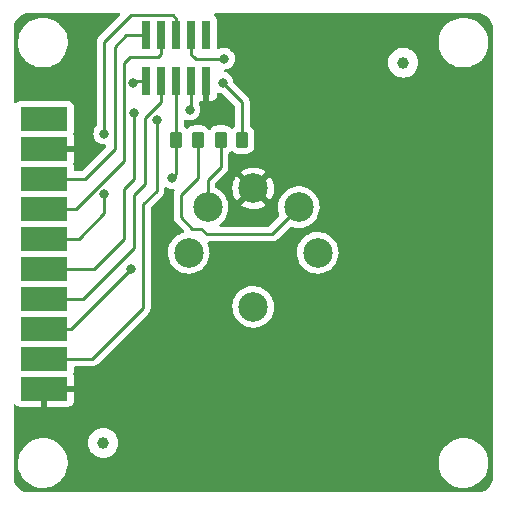
<source format=gbr>
%TF.GenerationSoftware,KiCad,Pcbnew,6.0.11-2627ca5db0~126~ubuntu22.04.1*%
%TF.CreationDate,2025-02-25T14:04:31+01:00*%
%TF.ProjectId,MidiBreakOut,4d696469-4272-4656-916b-4f75742e6b69,rev?*%
%TF.SameCoordinates,Original*%
%TF.FileFunction,Copper,L2,Bot*%
%TF.FilePolarity,Positive*%
%FSLAX46Y46*%
G04 Gerber Fmt 4.6, Leading zero omitted, Abs format (unit mm)*
G04 Created by KiCad (PCBNEW 6.0.11-2627ca5db0~126~ubuntu22.04.1) date 2025-02-25 14:04:31*
%MOMM*%
%LPD*%
G01*
G04 APERTURE LIST*
G04 Aperture macros list*
%AMRoundRect*
0 Rectangle with rounded corners*
0 $1 Rounding radius*
0 $2 $3 $4 $5 $6 $7 $8 $9 X,Y pos of 4 corners*
0 Add a 4 corners polygon primitive as box body*
4,1,4,$2,$3,$4,$5,$6,$7,$8,$9,$2,$3,0*
0 Add four circle primitives for the rounded corners*
1,1,$1+$1,$2,$3*
1,1,$1+$1,$4,$5*
1,1,$1+$1,$6,$7*
1,1,$1+$1,$8,$9*
0 Add four rect primitives between the rounded corners*
20,1,$1+$1,$2,$3,$4,$5,0*
20,1,$1+$1,$4,$5,$6,$7,0*
20,1,$1+$1,$6,$7,$8,$9,0*
20,1,$1+$1,$8,$9,$2,$3,0*%
G04 Aperture macros list end*
%TA.AperFunction,ComponentPad*%
%ADD10R,4.000000X2.000000*%
%TD*%
%TA.AperFunction,ComponentPad*%
%ADD11C,2.500000*%
%TD*%
%TA.AperFunction,SMDPad,CuDef*%
%ADD12RoundRect,0.250000X0.262500X0.450000X-0.262500X0.450000X-0.262500X-0.450000X0.262500X-0.450000X0*%
%TD*%
%TA.AperFunction,SMDPad,CuDef*%
%ADD13C,1.000000*%
%TD*%
%TA.AperFunction,SMDPad,CuDef*%
%ADD14RoundRect,0.250000X-0.262500X-0.450000X0.262500X-0.450000X0.262500X0.450000X-0.262500X0.450000X0*%
%TD*%
%TA.AperFunction,SMDPad,CuDef*%
%ADD15R,0.740000X2.400000*%
%TD*%
%TA.AperFunction,ViaPad*%
%ADD16C,0.800000*%
%TD*%
%TA.AperFunction,Conductor*%
%ADD17C,0.250000*%
%TD*%
G04 APERTURE END LIST*
D10*
%TO.P,X6,1,1*%
%TO.N,RXD*%
X82296000Y-106426000D03*
%TD*%
D11*
%TO.P,J1,1,1*%
%TO.N,unconnected-(J1-Pad1)*%
X105461000Y-100000000D03*
%TO.P,J1,2,2*%
%TO.N,Net-(J1-Pad2)*%
X103861511Y-96138489D03*
%TO.P,J1,3,3*%
%TO.N,GND*%
X100000000Y-94539000D03*
%TO.P,J1,4,4*%
%TO.N,Net-(J1-Pad4)*%
X96138489Y-96138489D03*
%TO.P,J1,5,5*%
%TO.N,unconnected-(J1-Pad5)*%
X94539000Y-100000000D03*
%TO.P,J1,6,6*%
%TO.N,unconnected-(J1-Pad6)*%
X100000000Y-104572000D03*
%TD*%
D10*
%TO.P,X9,1,1*%
%TO.N,GND*%
X82296000Y-91186000D03*
%TD*%
%TO.P,X3,1,1*%
%TO.N,CV1*%
X82296000Y-96266000D03*
%TD*%
%TO.P,X10,1,1*%
%TO.N,GND*%
X82296000Y-111506000D03*
%TD*%
%TO.P,X8,1,1*%
%TO.N,RESET*%
X82296000Y-108966000D03*
%TD*%
D12*
%TO.P,R1,1*%
%TO.N,+5V*%
X99083500Y-90424000D03*
%TO.P,R1,2*%
%TO.N,Net-(J1-Pad4)*%
X97258500Y-90424000D03*
%TD*%
D10*
%TO.P,X4,1,1*%
%TO.N,TXD*%
X82296000Y-103886000D03*
%TD*%
%TO.P,X7,1,1*%
%TO.N,GATE*%
X82296000Y-101346000D03*
%TD*%
D13*
%TO.P,FID2,~*%
%TO.N,N/C*%
X112700000Y-83900000D03*
%TD*%
D14*
%TO.P,R2,1*%
%TO.N,RXD*%
X93472000Y-90424000D03*
%TO.P,R2,2*%
%TO.N,Net-(J1-Pad2)*%
X95297000Y-90424000D03*
%TD*%
D10*
%TO.P,X5,1,1*%
%TO.N,CV2*%
X82296000Y-98806000D03*
%TD*%
%TO.P,X1,1,1*%
%TO.N,AUDIO*%
X82296000Y-93726000D03*
%TD*%
D13*
%TO.P,FID1,~*%
%TO.N,N/C*%
X87300000Y-116100000D03*
%TD*%
D10*
%TO.P,X2,1,1*%
%TO.N,+5V*%
X82296000Y-88646000D03*
%TD*%
D15*
%TO.P,J2,1,Pin_1*%
%TO.N,AUDIO*%
X90960000Y-81550000D03*
%TO.P,J2,2,Pin_2*%
%TO.N,+5V*%
X90960000Y-85450000D03*
%TO.P,J2,3,Pin_3*%
%TO.N,CV1*%
X92230000Y-81550000D03*
%TO.P,J2,4,Pin_4*%
%TO.N,TXD*%
X92230000Y-85450000D03*
%TO.P,J2,5,Pin_5*%
%TO.N,CV2*%
X93500000Y-81550000D03*
%TO.P,J2,6,Pin_6*%
%TO.N,RXD*%
X93500000Y-85450000D03*
%TO.P,J2,7,Pin_7*%
%TO.N,GATE*%
X94770000Y-81550000D03*
%TO.P,J2,8,Pin_8*%
%TO.N,RESET*%
X94770000Y-85450000D03*
%TO.P,J2,9,Pin_9*%
%TO.N,unconnected-(J2-Pad9)*%
X96040000Y-81550000D03*
%TO.P,J2,10,Pin_10*%
%TO.N,GND*%
X96040000Y-85450000D03*
%TD*%
D16*
%TO.N,GND*%
X97155000Y-88519000D03*
X96266000Y-88519000D03*
%TO.N,+5V*%
X97409000Y-85598000D03*
X89789000Y-85598000D03*
%TO.N,CV2*%
X87376000Y-94996000D03*
X87376000Y-89916000D03*
%TO.N,RXD*%
X93130000Y-93680000D03*
X89662000Y-101346000D03*
%TO.N,GATE*%
X89916000Y-88138000D03*
X97536000Y-83566000D03*
%TO.N,RESET*%
X94615000Y-87884000D03*
X91821000Y-88773000D03*
%TD*%
D17*
%TO.N,GND*%
X96040000Y-88293000D02*
X96266000Y-88519000D01*
X96040000Y-85450000D02*
X96040000Y-88293000D01*
%TO.N,Net-(J1-Pad2)*%
X95297000Y-93683000D02*
X93890000Y-95090000D01*
X93890000Y-96990000D02*
X94860000Y-97960000D01*
X101590000Y-98410000D02*
X103861511Y-96138489D01*
X94860000Y-97960000D02*
X95620000Y-97960000D01*
X95620000Y-97960000D02*
X96070000Y-98410000D01*
X95297000Y-90424000D02*
X95297000Y-93683000D01*
X96070000Y-98410000D02*
X101590000Y-98410000D01*
X93890000Y-95090000D02*
X93890000Y-96990000D01*
%TO.N,Net-(J1-Pad4)*%
X97258500Y-90424000D02*
X97258500Y-92733500D01*
X96138489Y-93853511D02*
X96138489Y-96138489D01*
X97258500Y-92733500D02*
X96138489Y-93853511D01*
%TO.N,AUDIO*%
X88265000Y-82550000D02*
X89265000Y-81550000D01*
X85725000Y-93726000D02*
X88265000Y-91186000D01*
X82296000Y-93726000D02*
X85725000Y-93726000D01*
X88265000Y-91186000D02*
X88265000Y-82550000D01*
X89265000Y-81550000D02*
X90960000Y-81550000D01*
%TO.N,+5V*%
X89937000Y-85450000D02*
X89789000Y-85598000D01*
X90960000Y-85450000D02*
X89937000Y-85450000D01*
X97409000Y-85598000D02*
X99083500Y-87272500D01*
X99083500Y-87272500D02*
X99083500Y-90424000D01*
%TO.N,CV1*%
X84963000Y-96266000D02*
X89027000Y-92202000D01*
X92230000Y-83157000D02*
X92230000Y-81550000D01*
X89027000Y-92202000D02*
X89027000Y-83947000D01*
X82296000Y-96266000D02*
X84963000Y-96266000D01*
X91948000Y-83439000D02*
X92230000Y-83157000D01*
X89535000Y-83439000D02*
X91948000Y-83439000D01*
X89027000Y-83947000D02*
X89535000Y-83439000D01*
%TO.N,TXD*%
X92230000Y-87221000D02*
X90868500Y-88582500D01*
X89916000Y-95123000D02*
X89916000Y-99568000D01*
X85598000Y-103886000D02*
X82296000Y-103886000D01*
X89916000Y-99568000D02*
X85598000Y-103886000D01*
X92230000Y-85450000D02*
X92230000Y-87221000D01*
X90868500Y-94170500D02*
X89916000Y-95123000D01*
X90868500Y-88582500D02*
X90868500Y-94170500D01*
%TO.N,CV2*%
X87376000Y-82169000D02*
X87376000Y-89916000D01*
X93500000Y-80165000D02*
X93218000Y-79883000D01*
X82296000Y-98806000D02*
X85217000Y-98806000D01*
X85217000Y-98806000D02*
X87376000Y-96647000D01*
X87376000Y-96647000D02*
X87376000Y-94996000D01*
X93500000Y-81550000D02*
X93500000Y-80165000D01*
X89662000Y-79883000D02*
X87376000Y-82169000D01*
X93218000Y-79883000D02*
X89662000Y-79883000D01*
%TO.N,RXD*%
X93500000Y-85450000D02*
X93500000Y-90396000D01*
X93500000Y-90396000D02*
X93472000Y-90424000D01*
X82296000Y-106426000D02*
X84582000Y-106426000D01*
X93472000Y-90424000D02*
X93472000Y-93338000D01*
X84582000Y-106426000D02*
X89662000Y-101346000D01*
X93472000Y-93338000D02*
X93130000Y-93680000D01*
%TO.N,GATE*%
X89916000Y-93726000D02*
X89027000Y-94615000D01*
X89027000Y-98806000D02*
X86487000Y-101346000D01*
X94770000Y-83213000D02*
X94996000Y-83439000D01*
X89027000Y-94615000D02*
X89027000Y-98806000D01*
X95123000Y-83566000D02*
X97536000Y-83566000D01*
X94996000Y-83439000D02*
X95123000Y-83566000D01*
X94770000Y-81550000D02*
X94770000Y-83213000D01*
X86487000Y-101346000D02*
X82296000Y-101346000D01*
X89916000Y-88138000D02*
X89916000Y-93726000D01*
%TO.N,RESET*%
X90678000Y-104648000D02*
X86360000Y-108966000D01*
X94770000Y-85450000D02*
X94770000Y-87729000D01*
X91821000Y-88773000D02*
X91821000Y-94742000D01*
X90678000Y-95885000D02*
X90678000Y-104648000D01*
X86360000Y-108966000D02*
X82296000Y-108966000D01*
X94770000Y-87729000D02*
X94615000Y-87884000D01*
X91821000Y-94742000D02*
X90678000Y-95885000D01*
X94770000Y-87856000D02*
X94615000Y-88011000D01*
%TD*%
%TA.AperFunction,Conductor*%
%TO.N,GND*%
G36*
X118970018Y-79710000D02*
G01*
X118984851Y-79712310D01*
X118984855Y-79712310D01*
X118993724Y-79713691D01*
X119007789Y-79711852D01*
X119034003Y-79711176D01*
X119192152Y-79723623D01*
X119211677Y-79726716D01*
X119389459Y-79769398D01*
X119408254Y-79775505D01*
X119424317Y-79782158D01*
X119577166Y-79845470D01*
X119594783Y-79854446D01*
X119750670Y-79949974D01*
X119766665Y-79961596D01*
X119905687Y-80080332D01*
X119919668Y-80094313D01*
X120038404Y-80233335D01*
X120050026Y-80249330D01*
X120145554Y-80405217D01*
X120154530Y-80422834D01*
X120215105Y-80569074D01*
X120224494Y-80591742D01*
X120230602Y-80610541D01*
X120269561Y-80772814D01*
X120273284Y-80788322D01*
X120276377Y-80807850D01*
X120288272Y-80958987D01*
X120287630Y-80975875D01*
X120287800Y-80975877D01*
X120287690Y-80984853D01*
X120286309Y-80993724D01*
X120287473Y-81002626D01*
X120287473Y-81002628D01*
X120290436Y-81025283D01*
X120291500Y-81041621D01*
X120291500Y-118950633D01*
X120290000Y-118970018D01*
X120287690Y-118984851D01*
X120287690Y-118984855D01*
X120286309Y-118993724D01*
X120288148Y-119007789D01*
X120288824Y-119034003D01*
X120276377Y-119192150D01*
X120276377Y-119192151D01*
X120273284Y-119211677D01*
X120268759Y-119230528D01*
X120230604Y-119389454D01*
X120224495Y-119408254D01*
X120211544Y-119439522D01*
X120154530Y-119577166D01*
X120145554Y-119594783D01*
X120050026Y-119750670D01*
X120038404Y-119766665D01*
X119919668Y-119905687D01*
X119905687Y-119919668D01*
X119766665Y-120038404D01*
X119750670Y-120050026D01*
X119594783Y-120145554D01*
X119577166Y-120154530D01*
X119492712Y-120189512D01*
X119408254Y-120224495D01*
X119389459Y-120230602D01*
X119211678Y-120273284D01*
X119192150Y-120276377D01*
X119041013Y-120288272D01*
X119024125Y-120287630D01*
X119024123Y-120287800D01*
X119015147Y-120287690D01*
X119006276Y-120286309D01*
X118997374Y-120287473D01*
X118997372Y-120287473D01*
X118982323Y-120289441D01*
X118974714Y-120290436D01*
X118958379Y-120291500D01*
X81049367Y-120291500D01*
X81029982Y-120290000D01*
X81015149Y-120287690D01*
X81015145Y-120287690D01*
X81006276Y-120286309D01*
X80992211Y-120288148D01*
X80965997Y-120288824D01*
X80807848Y-120276377D01*
X80788322Y-120273284D01*
X80610541Y-120230602D01*
X80591746Y-120224495D01*
X80507288Y-120189512D01*
X80422834Y-120154530D01*
X80405217Y-120145554D01*
X80249330Y-120050026D01*
X80233335Y-120038404D01*
X80094313Y-119919668D01*
X80080332Y-119905687D01*
X79961596Y-119766665D01*
X79949974Y-119750670D01*
X79854446Y-119594783D01*
X79845470Y-119577166D01*
X79788456Y-119439522D01*
X79775505Y-119408254D01*
X79769396Y-119389454D01*
X79731242Y-119230528D01*
X79726716Y-119211677D01*
X79723623Y-119192150D01*
X79712009Y-119044583D01*
X79712994Y-119022258D01*
X79712334Y-119022199D01*
X79712769Y-119017351D01*
X79713576Y-119012552D01*
X79713729Y-119000000D01*
X79709773Y-118972376D01*
X79708500Y-118954514D01*
X79708500Y-117932703D01*
X80090743Y-117932703D01*
X80128268Y-118217734D01*
X80204129Y-118495036D01*
X80316923Y-118759476D01*
X80328693Y-118779142D01*
X80460874Y-119000000D01*
X80464561Y-119006161D01*
X80644313Y-119230528D01*
X80767711Y-119347628D01*
X80831602Y-119408258D01*
X80852851Y-119428423D01*
X80875787Y-119444904D01*
X81072600Y-119586329D01*
X81086317Y-119596186D01*
X81090112Y-119598195D01*
X81090113Y-119598196D01*
X81111869Y-119609715D01*
X81340392Y-119730712D01*
X81610373Y-119829511D01*
X81891264Y-119890755D01*
X81919841Y-119893004D01*
X82114282Y-119908307D01*
X82114291Y-119908307D01*
X82116739Y-119908500D01*
X82272271Y-119908500D01*
X82274407Y-119908354D01*
X82274418Y-119908354D01*
X82482548Y-119894165D01*
X82482554Y-119894164D01*
X82486825Y-119893873D01*
X82491020Y-119893004D01*
X82491022Y-119893004D01*
X82627584Y-119864723D01*
X82768342Y-119835574D01*
X83039343Y-119739607D01*
X83294812Y-119607750D01*
X83298313Y-119605289D01*
X83298317Y-119605287D01*
X83412418Y-119525095D01*
X83530023Y-119442441D01*
X83740622Y-119246740D01*
X83922713Y-119024268D01*
X84072927Y-118779142D01*
X84188483Y-118515898D01*
X84267244Y-118239406D01*
X84307751Y-117954784D01*
X84307845Y-117936951D01*
X84307867Y-117932703D01*
X115690743Y-117932703D01*
X115728268Y-118217734D01*
X115804129Y-118495036D01*
X115916923Y-118759476D01*
X115928693Y-118779142D01*
X116060874Y-119000000D01*
X116064561Y-119006161D01*
X116244313Y-119230528D01*
X116367711Y-119347628D01*
X116431602Y-119408258D01*
X116452851Y-119428423D01*
X116475787Y-119444904D01*
X116672600Y-119586329D01*
X116686317Y-119596186D01*
X116690112Y-119598195D01*
X116690113Y-119598196D01*
X116711869Y-119609715D01*
X116940392Y-119730712D01*
X117210373Y-119829511D01*
X117491264Y-119890755D01*
X117519841Y-119893004D01*
X117714282Y-119908307D01*
X117714291Y-119908307D01*
X117716739Y-119908500D01*
X117872271Y-119908500D01*
X117874407Y-119908354D01*
X117874418Y-119908354D01*
X118082548Y-119894165D01*
X118082554Y-119894164D01*
X118086825Y-119893873D01*
X118091020Y-119893004D01*
X118091022Y-119893004D01*
X118227584Y-119864723D01*
X118368342Y-119835574D01*
X118639343Y-119739607D01*
X118894812Y-119607750D01*
X118898313Y-119605289D01*
X118898317Y-119605287D01*
X119012418Y-119525095D01*
X119130023Y-119442441D01*
X119340622Y-119246740D01*
X119522713Y-119024268D01*
X119672927Y-118779142D01*
X119788483Y-118515898D01*
X119867244Y-118239406D01*
X119907751Y-117954784D01*
X119907845Y-117936951D01*
X119909235Y-117671583D01*
X119909235Y-117671576D01*
X119909257Y-117667297D01*
X119871732Y-117382266D01*
X119864672Y-117356457D01*
X119823734Y-117206814D01*
X119795871Y-117104964D01*
X119782271Y-117073080D01*
X119684763Y-116844476D01*
X119684761Y-116844472D01*
X119683077Y-116840524D01*
X119535439Y-116593839D01*
X119355687Y-116369472D01*
X119147149Y-116171577D01*
X118913683Y-116003814D01*
X118891843Y-115992250D01*
X118868654Y-115979972D01*
X118659608Y-115869288D01*
X118389627Y-115770489D01*
X118108736Y-115709245D01*
X118077685Y-115706801D01*
X117885718Y-115691693D01*
X117885709Y-115691693D01*
X117883261Y-115691500D01*
X117727729Y-115691500D01*
X117725593Y-115691646D01*
X117725582Y-115691646D01*
X117517452Y-115705835D01*
X117517446Y-115705836D01*
X117513175Y-115706127D01*
X117508980Y-115706996D01*
X117508978Y-115706996D01*
X117372416Y-115735277D01*
X117231658Y-115764426D01*
X116960657Y-115860393D01*
X116705188Y-115992250D01*
X116701687Y-115994711D01*
X116701683Y-115994713D01*
X116691594Y-116001804D01*
X116469977Y-116157559D01*
X116454892Y-116171577D01*
X116293596Y-116321463D01*
X116259378Y-116353260D01*
X116077287Y-116575732D01*
X115927073Y-116820858D01*
X115811517Y-117084102D01*
X115732756Y-117360594D01*
X115692249Y-117645216D01*
X115692227Y-117649505D01*
X115692226Y-117649512D01*
X115690765Y-117928417D01*
X115690743Y-117932703D01*
X84307867Y-117932703D01*
X84309235Y-117671583D01*
X84309235Y-117671576D01*
X84309257Y-117667297D01*
X84271732Y-117382266D01*
X84264672Y-117356457D01*
X84223734Y-117206814D01*
X84195871Y-117104964D01*
X84182271Y-117073080D01*
X84084763Y-116844476D01*
X84084761Y-116844472D01*
X84083077Y-116840524D01*
X83935439Y-116593839D01*
X83755687Y-116369472D01*
X83547149Y-116171577D01*
X83447539Y-116100000D01*
X86024647Y-116100000D01*
X86044022Y-116321463D01*
X86101560Y-116536196D01*
X86103882Y-116541177D01*
X86103883Y-116541178D01*
X86193186Y-116732689D01*
X86193189Y-116732694D01*
X86195512Y-116737676D01*
X86198668Y-116742183D01*
X86198669Y-116742185D01*
X86267527Y-116840524D01*
X86323023Y-116919781D01*
X86480219Y-117076977D01*
X86484727Y-117080134D01*
X86484730Y-117080136D01*
X86560495Y-117133187D01*
X86662323Y-117204488D01*
X86667305Y-117206811D01*
X86667310Y-117206814D01*
X86858822Y-117296117D01*
X86863804Y-117298440D01*
X86869112Y-117299862D01*
X86869114Y-117299863D01*
X86934949Y-117317503D01*
X87078537Y-117355978D01*
X87300000Y-117375353D01*
X87521463Y-117355978D01*
X87665051Y-117317503D01*
X87730886Y-117299863D01*
X87730888Y-117299862D01*
X87736196Y-117298440D01*
X87741178Y-117296117D01*
X87932690Y-117206814D01*
X87932695Y-117206811D01*
X87937677Y-117204488D01*
X88039505Y-117133187D01*
X88115270Y-117080136D01*
X88115273Y-117080134D01*
X88119781Y-117076977D01*
X88276977Y-116919781D01*
X88332474Y-116840524D01*
X88401331Y-116742185D01*
X88401332Y-116742183D01*
X88404488Y-116737676D01*
X88406811Y-116732694D01*
X88406814Y-116732689D01*
X88496117Y-116541178D01*
X88496118Y-116541177D01*
X88498440Y-116536196D01*
X88555978Y-116321463D01*
X88575353Y-116100000D01*
X88555978Y-115878537D01*
X88498440Y-115663804D01*
X88496117Y-115658822D01*
X88406814Y-115467311D01*
X88406811Y-115467306D01*
X88404488Y-115462324D01*
X88276977Y-115280219D01*
X88119781Y-115123023D01*
X88115273Y-115119866D01*
X88115270Y-115119864D01*
X88039505Y-115066813D01*
X87937677Y-114995512D01*
X87932695Y-114993189D01*
X87932690Y-114993186D01*
X87741178Y-114903883D01*
X87741177Y-114903882D01*
X87736196Y-114901560D01*
X87730888Y-114900138D01*
X87730886Y-114900137D01*
X87665051Y-114882497D01*
X87521463Y-114844022D01*
X87300000Y-114824647D01*
X87078537Y-114844022D01*
X86934949Y-114882497D01*
X86869114Y-114900137D01*
X86869112Y-114900138D01*
X86863804Y-114901560D01*
X86858823Y-114903882D01*
X86858822Y-114903883D01*
X86667311Y-114993186D01*
X86667306Y-114993189D01*
X86662324Y-114995512D01*
X86657817Y-114998668D01*
X86657815Y-114998669D01*
X86484730Y-115119864D01*
X86484727Y-115119866D01*
X86480219Y-115123023D01*
X86323023Y-115280219D01*
X86195512Y-115462324D01*
X86193189Y-115467306D01*
X86193186Y-115467311D01*
X86103883Y-115658822D01*
X86101560Y-115663804D01*
X86044022Y-115878537D01*
X86024647Y-116100000D01*
X83447539Y-116100000D01*
X83313683Y-116003814D01*
X83291843Y-115992250D01*
X83268654Y-115979972D01*
X83059608Y-115869288D01*
X82789627Y-115770489D01*
X82508736Y-115709245D01*
X82477685Y-115706801D01*
X82285718Y-115691693D01*
X82285709Y-115691693D01*
X82283261Y-115691500D01*
X82127729Y-115691500D01*
X82125593Y-115691646D01*
X82125582Y-115691646D01*
X81917452Y-115705835D01*
X81917446Y-115705836D01*
X81913175Y-115706127D01*
X81908980Y-115706996D01*
X81908978Y-115706996D01*
X81772416Y-115735277D01*
X81631658Y-115764426D01*
X81360657Y-115860393D01*
X81105188Y-115992250D01*
X81101687Y-115994711D01*
X81101683Y-115994713D01*
X81091594Y-116001804D01*
X80869977Y-116157559D01*
X80854892Y-116171577D01*
X80693596Y-116321463D01*
X80659378Y-116353260D01*
X80477287Y-116575732D01*
X80327073Y-116820858D01*
X80211517Y-117084102D01*
X80132756Y-117360594D01*
X80092249Y-117645216D01*
X80092227Y-117649505D01*
X80092226Y-117649512D01*
X80090765Y-117928417D01*
X80090743Y-117932703D01*
X79708500Y-117932703D01*
X79708500Y-112946699D01*
X79728502Y-112878578D01*
X79782158Y-112832085D01*
X79852432Y-112821981D01*
X79917012Y-112851475D01*
X79923595Y-112857604D01*
X79940276Y-112874285D01*
X80042351Y-112950786D01*
X80057946Y-112959324D01*
X80178394Y-113004478D01*
X80193649Y-113008105D01*
X80244514Y-113013631D01*
X80251328Y-113014000D01*
X82023885Y-113014000D01*
X82039124Y-113009525D01*
X82040329Y-113008135D01*
X82042000Y-113000452D01*
X82042000Y-112995884D01*
X82550000Y-112995884D01*
X82554475Y-113011123D01*
X82555865Y-113012328D01*
X82563548Y-113013999D01*
X84340669Y-113013999D01*
X84347490Y-113013629D01*
X84398352Y-113008105D01*
X84413604Y-113004479D01*
X84534054Y-112959324D01*
X84549649Y-112950786D01*
X84651724Y-112874285D01*
X84664285Y-112861724D01*
X84740786Y-112759649D01*
X84749324Y-112744054D01*
X84794478Y-112623606D01*
X84798105Y-112608351D01*
X84803631Y-112557486D01*
X84804000Y-112550672D01*
X84804000Y-111778115D01*
X84799525Y-111762876D01*
X84798135Y-111761671D01*
X84790452Y-111760000D01*
X82568115Y-111760000D01*
X82552876Y-111764475D01*
X82551671Y-111765865D01*
X82550000Y-111773548D01*
X82550000Y-112995884D01*
X82042000Y-112995884D01*
X82042000Y-111378000D01*
X82062002Y-111309879D01*
X82115658Y-111263386D01*
X82168000Y-111252000D01*
X84785884Y-111252000D01*
X84801123Y-111247525D01*
X84802328Y-111246135D01*
X84803999Y-111238452D01*
X84803999Y-110461331D01*
X84803629Y-110454510D01*
X84798105Y-110403648D01*
X84794479Y-110388396D01*
X84754196Y-110280942D01*
X84749013Y-110210135D01*
X84754196Y-110192482D01*
X84794971Y-110083715D01*
X84797745Y-110076316D01*
X84804500Y-110014134D01*
X84804500Y-109725500D01*
X84824502Y-109657379D01*
X84878158Y-109610886D01*
X84930500Y-109599500D01*
X86281233Y-109599500D01*
X86292416Y-109600027D01*
X86299909Y-109601702D01*
X86307835Y-109601453D01*
X86307836Y-109601453D01*
X86367986Y-109599562D01*
X86371945Y-109599500D01*
X86399856Y-109599500D01*
X86403791Y-109599003D01*
X86403856Y-109598995D01*
X86415693Y-109598062D01*
X86447951Y-109597048D01*
X86451970Y-109596922D01*
X86459889Y-109596673D01*
X86479343Y-109591021D01*
X86498700Y-109587013D01*
X86510930Y-109585468D01*
X86510931Y-109585468D01*
X86518797Y-109584474D01*
X86526168Y-109581555D01*
X86526170Y-109581555D01*
X86559912Y-109568196D01*
X86571142Y-109564351D01*
X86605983Y-109554229D01*
X86605984Y-109554229D01*
X86613593Y-109552018D01*
X86620412Y-109547985D01*
X86620417Y-109547983D01*
X86631028Y-109541707D01*
X86648776Y-109533012D01*
X86667617Y-109525552D01*
X86703387Y-109499564D01*
X86713307Y-109493048D01*
X86744535Y-109474580D01*
X86744538Y-109474578D01*
X86751362Y-109470542D01*
X86765683Y-109456221D01*
X86780717Y-109443380D01*
X86790694Y-109436131D01*
X86797107Y-109431472D01*
X86825298Y-109397395D01*
X86833288Y-109388616D01*
X91070247Y-105151657D01*
X91078537Y-105144113D01*
X91085018Y-105140000D01*
X91131659Y-105090332D01*
X91134413Y-105087491D01*
X91154134Y-105067770D01*
X91156612Y-105064575D01*
X91164318Y-105055553D01*
X91189158Y-105029101D01*
X91194586Y-105023321D01*
X91204346Y-105005568D01*
X91215199Y-104989045D01*
X91222753Y-104979306D01*
X91227613Y-104973041D01*
X91245176Y-104932457D01*
X91250383Y-104921827D01*
X91271695Y-104883060D01*
X91273666Y-104875383D01*
X91273668Y-104875378D01*
X91276732Y-104863442D01*
X91283138Y-104844730D01*
X91288033Y-104833419D01*
X91291181Y-104826145D01*
X91292421Y-104818317D01*
X91292423Y-104818310D01*
X91298099Y-104782476D01*
X91300505Y-104770856D01*
X91309528Y-104735711D01*
X91309528Y-104735710D01*
X91311500Y-104728030D01*
X91311500Y-104707776D01*
X91313051Y-104688065D01*
X91314980Y-104675886D01*
X91316220Y-104668057D01*
X91312059Y-104624038D01*
X91311500Y-104612181D01*
X91311500Y-104525839D01*
X98237173Y-104525839D01*
X98237397Y-104530505D01*
X98237397Y-104530511D01*
X98241320Y-104612181D01*
X98249713Y-104786908D01*
X98300704Y-105043256D01*
X98389026Y-105289252D01*
X98391242Y-105293376D01*
X98455753Y-105413437D01*
X98512737Y-105519491D01*
X98515532Y-105523234D01*
X98515534Y-105523237D01*
X98666330Y-105725177D01*
X98666335Y-105725183D01*
X98669122Y-105728915D01*
X98672431Y-105732195D01*
X98672436Y-105732201D01*
X98851426Y-105909635D01*
X98854743Y-105912923D01*
X98858505Y-105915681D01*
X98858508Y-105915684D01*
X99061750Y-106064707D01*
X99065524Y-106067474D01*
X99069667Y-106069654D01*
X99069669Y-106069655D01*
X99292684Y-106186989D01*
X99292689Y-106186991D01*
X99296834Y-106189172D01*
X99543590Y-106275344D01*
X99548183Y-106276216D01*
X99795785Y-106323224D01*
X99795788Y-106323224D01*
X99800374Y-106324095D01*
X99930958Y-106329226D01*
X100056875Y-106334174D01*
X100056881Y-106334174D01*
X100061543Y-106334357D01*
X100140977Y-106325657D01*
X100316707Y-106306412D01*
X100316712Y-106306411D01*
X100321360Y-106305902D01*
X100434116Y-106276216D01*
X100569594Y-106240548D01*
X100569596Y-106240547D01*
X100574117Y-106239357D01*
X100814262Y-106136182D01*
X101036519Y-105998646D01*
X101040082Y-105995629D01*
X101040087Y-105995626D01*
X101232439Y-105832787D01*
X101232440Y-105832786D01*
X101236005Y-105829768D01*
X101327729Y-105725177D01*
X101405257Y-105636774D01*
X101405261Y-105636769D01*
X101408339Y-105633259D01*
X101549733Y-105413437D01*
X101657083Y-105175129D01*
X101665956Y-105143668D01*
X101726760Y-104928076D01*
X101726761Y-104928073D01*
X101728030Y-104923572D01*
X101744832Y-104791496D01*
X101760616Y-104667421D01*
X101760616Y-104667417D01*
X101761014Y-104664291D01*
X101763431Y-104572000D01*
X101752321Y-104422500D01*
X101744407Y-104316000D01*
X101744406Y-104315996D01*
X101744061Y-104311348D01*
X101732725Y-104261248D01*
X101687408Y-104060980D01*
X101686377Y-104056423D01*
X101591647Y-103812823D01*
X101461951Y-103585902D01*
X101300138Y-103380643D01*
X101109763Y-103201557D01*
X100895009Y-103052576D01*
X100890816Y-103050508D01*
X100664781Y-102939040D01*
X100664778Y-102939039D01*
X100660593Y-102936975D01*
X100614449Y-102922204D01*
X100416123Y-102858720D01*
X100411665Y-102857293D01*
X100153693Y-102815279D01*
X100039942Y-102813790D01*
X99897022Y-102811919D01*
X99897019Y-102811919D01*
X99892345Y-102811858D01*
X99633362Y-102847104D01*
X99382433Y-102920243D01*
X99378180Y-102922203D01*
X99378179Y-102922204D01*
X99341659Y-102939040D01*
X99145072Y-103029668D01*
X99106067Y-103055241D01*
X98930404Y-103170410D01*
X98930399Y-103170414D01*
X98926491Y-103172976D01*
X98731494Y-103347018D01*
X98564363Y-103547970D01*
X98428771Y-103771419D01*
X98327697Y-104012455D01*
X98263359Y-104265783D01*
X98237173Y-104525839D01*
X91311500Y-104525839D01*
X91311500Y-96199595D01*
X91331502Y-96131474D01*
X91348405Y-96110499D01*
X91780676Y-95678229D01*
X92213258Y-95245647D01*
X92221537Y-95238113D01*
X92228018Y-95234000D01*
X92274644Y-95184348D01*
X92277398Y-95181507D01*
X92297135Y-95161770D01*
X92299615Y-95158573D01*
X92307320Y-95149551D01*
X92332159Y-95123100D01*
X92337586Y-95117321D01*
X92341405Y-95110375D01*
X92341407Y-95110372D01*
X92347348Y-95099566D01*
X92358199Y-95083047D01*
X92358559Y-95082583D01*
X92370614Y-95067041D01*
X92373759Y-95059772D01*
X92373762Y-95059768D01*
X92388174Y-95026463D01*
X92393391Y-95015813D01*
X92414695Y-94977060D01*
X92419733Y-94957437D01*
X92426137Y-94938734D01*
X92431033Y-94927420D01*
X92431033Y-94927419D01*
X92434181Y-94920145D01*
X92435420Y-94912322D01*
X92435423Y-94912312D01*
X92441099Y-94876476D01*
X92443505Y-94864856D01*
X92452528Y-94829711D01*
X92452528Y-94829710D01*
X92454500Y-94822030D01*
X92454500Y-94801776D01*
X92456051Y-94782065D01*
X92457980Y-94769886D01*
X92459220Y-94762057D01*
X92455059Y-94718038D01*
X92454500Y-94706181D01*
X92454500Y-94559477D01*
X92474502Y-94491356D01*
X92528158Y-94444863D01*
X92598432Y-94434759D01*
X92654561Y-94457541D01*
X92673248Y-94471118D01*
X92679276Y-94473802D01*
X92679278Y-94473803D01*
X92841681Y-94546109D01*
X92847712Y-94548794D01*
X92924623Y-94565142D01*
X93028056Y-94587128D01*
X93028061Y-94587128D01*
X93034513Y-94588500D01*
X93224996Y-94588500D01*
X93293117Y-94608502D01*
X93339610Y-94662158D01*
X93349714Y-94732432D01*
X93338551Y-94764164D01*
X93340386Y-94764958D01*
X93322826Y-94805537D01*
X93317609Y-94816187D01*
X93296305Y-94854940D01*
X93294334Y-94862615D01*
X93294334Y-94862616D01*
X93291267Y-94874562D01*
X93284863Y-94893266D01*
X93280418Y-94903539D01*
X93276819Y-94911855D01*
X93275580Y-94919678D01*
X93275577Y-94919688D01*
X93269901Y-94955524D01*
X93267495Y-94967144D01*
X93263167Y-94984001D01*
X93256500Y-95009970D01*
X93256500Y-95030224D01*
X93254949Y-95049934D01*
X93251780Y-95069943D01*
X93252526Y-95077835D01*
X93255941Y-95113961D01*
X93256500Y-95125819D01*
X93256500Y-96911233D01*
X93255973Y-96922416D01*
X93254298Y-96929909D01*
X93254547Y-96937835D01*
X93254547Y-96937836D01*
X93256438Y-96997986D01*
X93256500Y-97001945D01*
X93256500Y-97029856D01*
X93256997Y-97033790D01*
X93256997Y-97033791D01*
X93257005Y-97033856D01*
X93257938Y-97045693D01*
X93259327Y-97089889D01*
X93264978Y-97109339D01*
X93268987Y-97128700D01*
X93271526Y-97148797D01*
X93274445Y-97156168D01*
X93274445Y-97156170D01*
X93287804Y-97189912D01*
X93291649Y-97201142D01*
X93303982Y-97243593D01*
X93308015Y-97250412D01*
X93308017Y-97250417D01*
X93314293Y-97261028D01*
X93322988Y-97278776D01*
X93330448Y-97297617D01*
X93335110Y-97304033D01*
X93335110Y-97304034D01*
X93356436Y-97333387D01*
X93362952Y-97343307D01*
X93377828Y-97368460D01*
X93385458Y-97381362D01*
X93399779Y-97395683D01*
X93412619Y-97410716D01*
X93424528Y-97427107D01*
X93430634Y-97432158D01*
X93458605Y-97455298D01*
X93467384Y-97463288D01*
X94104586Y-98100490D01*
X94138612Y-98162802D01*
X94133547Y-98233617D01*
X94091000Y-98290453D01*
X94050750Y-98310551D01*
X93921433Y-98348243D01*
X93917180Y-98350203D01*
X93917179Y-98350204D01*
X93880659Y-98367040D01*
X93684072Y-98457668D01*
X93645067Y-98483241D01*
X93469404Y-98598410D01*
X93469399Y-98598414D01*
X93465491Y-98600976D01*
X93270494Y-98775018D01*
X93103363Y-98975970D01*
X93093646Y-98991983D01*
X92989895Y-99162960D01*
X92967771Y-99199419D01*
X92866697Y-99440455D01*
X92802359Y-99693783D01*
X92776173Y-99953839D01*
X92788713Y-100214908D01*
X92839704Y-100471256D01*
X92928026Y-100717252D01*
X92930242Y-100721376D01*
X92994753Y-100841437D01*
X93051737Y-100947491D01*
X93054532Y-100951234D01*
X93054534Y-100951237D01*
X93205330Y-101153177D01*
X93205335Y-101153183D01*
X93208122Y-101156915D01*
X93211431Y-101160195D01*
X93211436Y-101160201D01*
X93390426Y-101337635D01*
X93393743Y-101340923D01*
X93397505Y-101343681D01*
X93397508Y-101343684D01*
X93600750Y-101492707D01*
X93604524Y-101495474D01*
X93608667Y-101497654D01*
X93608669Y-101497655D01*
X93831684Y-101614989D01*
X93831689Y-101614991D01*
X93835834Y-101617172D01*
X94082590Y-101703344D01*
X94087183Y-101704216D01*
X94334785Y-101751224D01*
X94334788Y-101751224D01*
X94339374Y-101752095D01*
X94469959Y-101757226D01*
X94595875Y-101762174D01*
X94595881Y-101762174D01*
X94600543Y-101762357D01*
X94679977Y-101753657D01*
X94855707Y-101734412D01*
X94855712Y-101734411D01*
X94860360Y-101733902D01*
X94973116Y-101704216D01*
X95108594Y-101668548D01*
X95108596Y-101668547D01*
X95113117Y-101667357D01*
X95353262Y-101564182D01*
X95575519Y-101426646D01*
X95579082Y-101423629D01*
X95579087Y-101423626D01*
X95771439Y-101260787D01*
X95771440Y-101260786D01*
X95775005Y-101257768D01*
X95866729Y-101153177D01*
X95944257Y-101064774D01*
X95944261Y-101064769D01*
X95947339Y-101061259D01*
X96088733Y-100841437D01*
X96196083Y-100603129D01*
X96267030Y-100351572D01*
X96280773Y-100243540D01*
X96299616Y-100095421D01*
X96299616Y-100095417D01*
X96300014Y-100092291D01*
X96302431Y-100000000D01*
X96299001Y-99953839D01*
X103698173Y-99953839D01*
X103710713Y-100214908D01*
X103761704Y-100471256D01*
X103850026Y-100717252D01*
X103852242Y-100721376D01*
X103916753Y-100841437D01*
X103973737Y-100947491D01*
X103976532Y-100951234D01*
X103976534Y-100951237D01*
X104127330Y-101153177D01*
X104127335Y-101153183D01*
X104130122Y-101156915D01*
X104133431Y-101160195D01*
X104133436Y-101160201D01*
X104312426Y-101337635D01*
X104315743Y-101340923D01*
X104319505Y-101343681D01*
X104319508Y-101343684D01*
X104522750Y-101492707D01*
X104526524Y-101495474D01*
X104530667Y-101497654D01*
X104530669Y-101497655D01*
X104753684Y-101614989D01*
X104753689Y-101614991D01*
X104757834Y-101617172D01*
X105004590Y-101703344D01*
X105009183Y-101704216D01*
X105256785Y-101751224D01*
X105256788Y-101751224D01*
X105261374Y-101752095D01*
X105391959Y-101757226D01*
X105517875Y-101762174D01*
X105517881Y-101762174D01*
X105522543Y-101762357D01*
X105601977Y-101753657D01*
X105777707Y-101734412D01*
X105777712Y-101734411D01*
X105782360Y-101733902D01*
X105895116Y-101704216D01*
X106030594Y-101668548D01*
X106030596Y-101668547D01*
X106035117Y-101667357D01*
X106275262Y-101564182D01*
X106497519Y-101426646D01*
X106501082Y-101423629D01*
X106501087Y-101423626D01*
X106693439Y-101260787D01*
X106693440Y-101260786D01*
X106697005Y-101257768D01*
X106788729Y-101153177D01*
X106866257Y-101064774D01*
X106866261Y-101064769D01*
X106869339Y-101061259D01*
X107010733Y-100841437D01*
X107118083Y-100603129D01*
X107189030Y-100351572D01*
X107202773Y-100243540D01*
X107221616Y-100095421D01*
X107221616Y-100095417D01*
X107222014Y-100092291D01*
X107224431Y-100000000D01*
X107205061Y-99739348D01*
X107193725Y-99689248D01*
X107148408Y-99488980D01*
X107147377Y-99484423D01*
X107129421Y-99438249D01*
X107054340Y-99245176D01*
X107054339Y-99245173D01*
X107052647Y-99240823D01*
X106922951Y-99013902D01*
X106761138Y-98808643D01*
X106570763Y-98629557D01*
X106356009Y-98480576D01*
X106351816Y-98478508D01*
X106125781Y-98367040D01*
X106125778Y-98367039D01*
X106121593Y-98364975D01*
X106075449Y-98350204D01*
X105877123Y-98286720D01*
X105872665Y-98285293D01*
X105614693Y-98243279D01*
X105500942Y-98241790D01*
X105358022Y-98239919D01*
X105358019Y-98239919D01*
X105353345Y-98239858D01*
X105094362Y-98275104D01*
X104843433Y-98348243D01*
X104839180Y-98350203D01*
X104839179Y-98350204D01*
X104802659Y-98367040D01*
X104606072Y-98457668D01*
X104567067Y-98483241D01*
X104391404Y-98598410D01*
X104391399Y-98598414D01*
X104387491Y-98600976D01*
X104192494Y-98775018D01*
X104025363Y-98975970D01*
X104015646Y-98991983D01*
X103911895Y-99162960D01*
X103889771Y-99199419D01*
X103788697Y-99440455D01*
X103724359Y-99693783D01*
X103698173Y-99953839D01*
X96299001Y-99953839D01*
X96283061Y-99739348D01*
X96271725Y-99689248D01*
X96226408Y-99488980D01*
X96225377Y-99484423D01*
X96207421Y-99438249D01*
X96132340Y-99245176D01*
X96132339Y-99245173D01*
X96130647Y-99240823D01*
X96125619Y-99232025D01*
X96109180Y-99162960D01*
X96132691Y-99095969D01*
X96188688Y-99052324D01*
X96235010Y-99043500D01*
X101511233Y-99043500D01*
X101522416Y-99044027D01*
X101529909Y-99045702D01*
X101537835Y-99045453D01*
X101537836Y-99045453D01*
X101597986Y-99043562D01*
X101601945Y-99043500D01*
X101629856Y-99043500D01*
X101633791Y-99043003D01*
X101633856Y-99042995D01*
X101645693Y-99042062D01*
X101677951Y-99041048D01*
X101681970Y-99040922D01*
X101689889Y-99040673D01*
X101709343Y-99035021D01*
X101728700Y-99031013D01*
X101740930Y-99029468D01*
X101740931Y-99029468D01*
X101748797Y-99028474D01*
X101756168Y-99025555D01*
X101756170Y-99025555D01*
X101789912Y-99012196D01*
X101801142Y-99008351D01*
X101835983Y-98998229D01*
X101835984Y-98998229D01*
X101843593Y-98996018D01*
X101850412Y-98991985D01*
X101850417Y-98991983D01*
X101861028Y-98985707D01*
X101878776Y-98977012D01*
X101897617Y-98969552D01*
X101933387Y-98943564D01*
X101943307Y-98937048D01*
X101974535Y-98918580D01*
X101974538Y-98918578D01*
X101981362Y-98914542D01*
X101995683Y-98900221D01*
X102010717Y-98887380D01*
X102020694Y-98880131D01*
X102027107Y-98875472D01*
X102055298Y-98841395D01*
X102063288Y-98832616D01*
X103088984Y-97806920D01*
X103151296Y-97772894D01*
X103219620Y-97777060D01*
X103400685Y-97840291D01*
X103405101Y-97841833D01*
X103409694Y-97842705D01*
X103657296Y-97889713D01*
X103657299Y-97889713D01*
X103661885Y-97890584D01*
X103792470Y-97895715D01*
X103918386Y-97900663D01*
X103918392Y-97900663D01*
X103923054Y-97900846D01*
X104002488Y-97892146D01*
X104178218Y-97872901D01*
X104178223Y-97872900D01*
X104182871Y-97872391D01*
X104295627Y-97842705D01*
X104431105Y-97807037D01*
X104431107Y-97807036D01*
X104435628Y-97805846D01*
X104512326Y-97772894D01*
X104566962Y-97749420D01*
X104675773Y-97702671D01*
X104898030Y-97565135D01*
X104901593Y-97562118D01*
X104901598Y-97562115D01*
X105093950Y-97399276D01*
X105093951Y-97399275D01*
X105097516Y-97396257D01*
X105184021Y-97297617D01*
X105266768Y-97203263D01*
X105266772Y-97203258D01*
X105269850Y-97199748D01*
X105305447Y-97144407D01*
X105368937Y-97045699D01*
X105411244Y-96979926D01*
X105518594Y-96741618D01*
X105520542Y-96734711D01*
X105588271Y-96494565D01*
X105588272Y-96494562D01*
X105589541Y-96490061D01*
X105606343Y-96357985D01*
X105622127Y-96233910D01*
X105622127Y-96233906D01*
X105622525Y-96230780D01*
X105623226Y-96204037D01*
X105623933Y-96177016D01*
X105624942Y-96138489D01*
X105612250Y-95967700D01*
X105605918Y-95882489D01*
X105605917Y-95882485D01*
X105605572Y-95877837D01*
X105594236Y-95827737D01*
X105548919Y-95627469D01*
X105547888Y-95622912D01*
X105542067Y-95607942D01*
X105454851Y-95383665D01*
X105454850Y-95383662D01*
X105453158Y-95379312D01*
X105323462Y-95152391D01*
X105161649Y-94947132D01*
X104971274Y-94768046D01*
X104793725Y-94644875D01*
X104760362Y-94621730D01*
X104760359Y-94621728D01*
X104756520Y-94619065D01*
X104752327Y-94616997D01*
X104526292Y-94505529D01*
X104526289Y-94505528D01*
X104522104Y-94503464D01*
X104503545Y-94497523D01*
X104277634Y-94425209D01*
X104273176Y-94423782D01*
X104015204Y-94381768D01*
X103901453Y-94380279D01*
X103758533Y-94378408D01*
X103758530Y-94378408D01*
X103753856Y-94378347D01*
X103494873Y-94413593D01*
X103490387Y-94414901D01*
X103490385Y-94414901D01*
X103462499Y-94423029D01*
X103243944Y-94486732D01*
X103239691Y-94488692D01*
X103239690Y-94488693D01*
X103203170Y-94505529D01*
X103006583Y-94596157D01*
X102967578Y-94621730D01*
X102791915Y-94736899D01*
X102791910Y-94736903D01*
X102788002Y-94739465D01*
X102593005Y-94913507D01*
X102425874Y-95114459D01*
X102420631Y-95123100D01*
X102351115Y-95237659D01*
X102290282Y-95337908D01*
X102189208Y-95578944D01*
X102124870Y-95832272D01*
X102098684Y-96092328D01*
X102098908Y-96096994D01*
X102098908Y-96097000D01*
X102103836Y-96199595D01*
X102111224Y-96353397D01*
X102162215Y-96609745D01*
X102222966Y-96778951D01*
X102227160Y-96849822D01*
X102193473Y-96910622D01*
X101364500Y-97739595D01*
X101302188Y-97773621D01*
X101275405Y-97776500D01*
X97269180Y-97776500D01*
X97201059Y-97756498D01*
X97154566Y-97702842D01*
X97144462Y-97632568D01*
X97173956Y-97567988D01*
X97187768Y-97554333D01*
X97370928Y-97399276D01*
X97370929Y-97399275D01*
X97374494Y-97396257D01*
X97460999Y-97297617D01*
X97543746Y-97203263D01*
X97543750Y-97203258D01*
X97546828Y-97199748D01*
X97582425Y-97144407D01*
X97645915Y-97045699D01*
X97688222Y-96979926D01*
X97795572Y-96741618D01*
X97797520Y-96734711D01*
X97865249Y-96494565D01*
X97865250Y-96494562D01*
X97866519Y-96490061D01*
X97883321Y-96357985D01*
X97899105Y-96233910D01*
X97899105Y-96233906D01*
X97899503Y-96230780D01*
X97900204Y-96204037D01*
X97900911Y-96177016D01*
X97901920Y-96138489D01*
X97889228Y-95967700D01*
X97887774Y-95948133D01*
X98955612Y-95948133D01*
X98964325Y-95959653D01*
X99062018Y-96031284D01*
X99069928Y-96036227D01*
X99292890Y-96153533D01*
X99301453Y-96157256D01*
X99539304Y-96240318D01*
X99548313Y-96242732D01*
X99795842Y-96289727D01*
X99805098Y-96290781D01*
X100056857Y-96300673D01*
X100066171Y-96300347D01*
X100316615Y-96272920D01*
X100325792Y-96271219D01*
X100569431Y-96207074D01*
X100578251Y-96204037D01*
X100809736Y-96104583D01*
X100818008Y-96100276D01*
X101032249Y-95967700D01*
X101039188Y-95962658D01*
X101047518Y-95950019D01*
X101041456Y-95939666D01*
X100012812Y-94911022D01*
X99998868Y-94903408D01*
X99997035Y-94903539D01*
X99990420Y-94907790D01*
X98962270Y-95935940D01*
X98955612Y-95948133D01*
X97887774Y-95948133D01*
X97882896Y-95882489D01*
X97882895Y-95882485D01*
X97882550Y-95877837D01*
X97871214Y-95827737D01*
X97825897Y-95627469D01*
X97824866Y-95622912D01*
X97819045Y-95607942D01*
X97731829Y-95383665D01*
X97731828Y-95383662D01*
X97730136Y-95379312D01*
X97600440Y-95152391D01*
X97438627Y-94947132D01*
X97248252Y-94768046D01*
X97070703Y-94644875D01*
X97037340Y-94621730D01*
X97037337Y-94621728D01*
X97033498Y-94619065D01*
X96842260Y-94524757D01*
X96812658Y-94497523D01*
X98237898Y-94497523D01*
X98249987Y-94749175D01*
X98251124Y-94758435D01*
X98300274Y-95005535D01*
X98302768Y-95014528D01*
X98387900Y-95251639D01*
X98391700Y-95260174D01*
X98510946Y-95482101D01*
X98515957Y-95489968D01*
X98579446Y-95574990D01*
X98590704Y-95583439D01*
X98603123Y-95576667D01*
X99627978Y-94551812D01*
X99634356Y-94540132D01*
X100364408Y-94540132D01*
X100364539Y-94541965D01*
X100368790Y-94548580D01*
X101399913Y-95579703D01*
X101412293Y-95586463D01*
X101420634Y-95580219D01*
X101546765Y-95384127D01*
X101551212Y-95375936D01*
X101654691Y-95146222D01*
X101657882Y-95137455D01*
X101726269Y-94894976D01*
X101728129Y-94885834D01*
X101760116Y-94634396D01*
X101760597Y-94628108D01*
X101762847Y-94542160D01*
X101762696Y-94535851D01*
X101743912Y-94283074D01*
X101742536Y-94273868D01*
X101686929Y-94028126D01*
X101684205Y-94019215D01*
X101592888Y-93784392D01*
X101588877Y-93775983D01*
X101463854Y-93557240D01*
X101458643Y-93549514D01*
X101421391Y-93502261D01*
X101409466Y-93493790D01*
X101397934Y-93500276D01*
X100372022Y-94526188D01*
X100364408Y-94540132D01*
X99634356Y-94540132D01*
X99635592Y-94537868D01*
X99635461Y-94536035D01*
X99631210Y-94529420D01*
X98601321Y-93499531D01*
X98588013Y-93492264D01*
X98577974Y-93499386D01*
X98567761Y-93511666D01*
X98562346Y-93519258D01*
X98431646Y-93734646D01*
X98427408Y-93742963D01*
X98329981Y-93975299D01*
X98327020Y-93984149D01*
X98265006Y-94228331D01*
X98263384Y-94237528D01*
X98238143Y-94488198D01*
X98237898Y-94497523D01*
X96812658Y-94497523D01*
X96790012Y-94476688D01*
X96771989Y-94411751D01*
X96771989Y-94168106D01*
X96791991Y-94099985D01*
X96808894Y-94079010D01*
X97224524Y-93663381D01*
X97650758Y-93237147D01*
X97659037Y-93229613D01*
X97665518Y-93225500D01*
X97712144Y-93175848D01*
X97714898Y-93173007D01*
X97734635Y-93153270D01*
X97737115Y-93150073D01*
X97744820Y-93141051D01*
X97748055Y-93137606D01*
X97757261Y-93127803D01*
X98953216Y-93127803D01*
X98957789Y-93137579D01*
X99987188Y-94166978D01*
X100001132Y-94174592D01*
X100002965Y-94174461D01*
X100009580Y-94170210D01*
X101038419Y-93141371D01*
X101044803Y-93129681D01*
X101035391Y-93117570D01*
X100898593Y-93022670D01*
X100890565Y-93017942D01*
X100664593Y-92906505D01*
X100655960Y-92903017D01*
X100415998Y-92826205D01*
X100406938Y-92824029D01*
X100158260Y-92783529D01*
X100148973Y-92782717D01*
X99897053Y-92779419D01*
X99887742Y-92779989D01*
X99638097Y-92813964D01*
X99628978Y-92815902D01*
X99387098Y-92886404D01*
X99378367Y-92889667D01*
X99149558Y-92995151D01*
X99141406Y-92999670D01*
X98962353Y-93117062D01*
X98953216Y-93127803D01*
X97757261Y-93127803D01*
X97775086Y-93108821D01*
X97778905Y-93101875D01*
X97778907Y-93101872D01*
X97784848Y-93091066D01*
X97795699Y-93074547D01*
X97803258Y-93064801D01*
X97808114Y-93058541D01*
X97811259Y-93051272D01*
X97811262Y-93051268D01*
X97825674Y-93017963D01*
X97830891Y-93007313D01*
X97852195Y-92968560D01*
X97857233Y-92948937D01*
X97863637Y-92930234D01*
X97868533Y-92918920D01*
X97868533Y-92918919D01*
X97871681Y-92911645D01*
X97872920Y-92903822D01*
X97872923Y-92903812D01*
X97878599Y-92867976D01*
X97881005Y-92856356D01*
X97890028Y-92821211D01*
X97890028Y-92821210D01*
X97892000Y-92813530D01*
X97892000Y-92793276D01*
X97893551Y-92773565D01*
X97895480Y-92761386D01*
X97896720Y-92753557D01*
X97892559Y-92709538D01*
X97892000Y-92697681D01*
X97892000Y-91606634D01*
X97912002Y-91538513D01*
X97951697Y-91499490D01*
X97989120Y-91476332D01*
X97995348Y-91472478D01*
X98081784Y-91385891D01*
X98144066Y-91351812D01*
X98214886Y-91356815D01*
X98259976Y-91385736D01*
X98347697Y-91473305D01*
X98353927Y-91477145D01*
X98353928Y-91477146D01*
X98491090Y-91561694D01*
X98498262Y-91566115D01*
X98578005Y-91592564D01*
X98659611Y-91619632D01*
X98659613Y-91619632D01*
X98666139Y-91621797D01*
X98672975Y-91622497D01*
X98672978Y-91622498D01*
X98716031Y-91626909D01*
X98770600Y-91632500D01*
X99396400Y-91632500D01*
X99399646Y-91632163D01*
X99399650Y-91632163D01*
X99495308Y-91622238D01*
X99495312Y-91622237D01*
X99502166Y-91621526D01*
X99508702Y-91619345D01*
X99508704Y-91619345D01*
X99640806Y-91575272D01*
X99669946Y-91565550D01*
X99820348Y-91472478D01*
X99945305Y-91347303D01*
X99957056Y-91328239D01*
X100034275Y-91202968D01*
X100034276Y-91202966D01*
X100038115Y-91196738D01*
X100093797Y-91028861D01*
X100104500Y-90924400D01*
X100104500Y-89923600D01*
X100104163Y-89920350D01*
X100094238Y-89824692D01*
X100094237Y-89824688D01*
X100093526Y-89817834D01*
X100075471Y-89763715D01*
X100039868Y-89657002D01*
X100037550Y-89650054D01*
X99944478Y-89499652D01*
X99819303Y-89374695D01*
X99813069Y-89370852D01*
X99776883Y-89348546D01*
X99729390Y-89295774D01*
X99717000Y-89241287D01*
X99717000Y-87351268D01*
X99717527Y-87340085D01*
X99719202Y-87332592D01*
X99717062Y-87264501D01*
X99717000Y-87260544D01*
X99717000Y-87232644D01*
X99716496Y-87228653D01*
X99715563Y-87216811D01*
X99715462Y-87213576D01*
X99714174Y-87172611D01*
X99711961Y-87164993D01*
X99708521Y-87153152D01*
X99704512Y-87133793D01*
X99704346Y-87132483D01*
X99701974Y-87113703D01*
X99699058Y-87106337D01*
X99699056Y-87106331D01*
X99685700Y-87072598D01*
X99681855Y-87061368D01*
X99671730Y-87026517D01*
X99671730Y-87026516D01*
X99669519Y-87018907D01*
X99659205Y-87001466D01*
X99650508Y-86983713D01*
X99645972Y-86972258D01*
X99643052Y-86964883D01*
X99617063Y-86929112D01*
X99610547Y-86919192D01*
X99592078Y-86887963D01*
X99588042Y-86881138D01*
X99573721Y-86866817D01*
X99560880Y-86851783D01*
X99553631Y-86841806D01*
X99548972Y-86835393D01*
X99514895Y-86807202D01*
X99506116Y-86799212D01*
X98356122Y-85649217D01*
X98322096Y-85586905D01*
X98319907Y-85573292D01*
X98303232Y-85414635D01*
X98303232Y-85414633D01*
X98302542Y-85408072D01*
X98243527Y-85226444D01*
X98148040Y-85061056D01*
X98094264Y-85001331D01*
X98024675Y-84924045D01*
X98024674Y-84924044D01*
X98020253Y-84919134D01*
X97865752Y-84806882D01*
X97859724Y-84804198D01*
X97859722Y-84804197D01*
X97697319Y-84731891D01*
X97697318Y-84731891D01*
X97691288Y-84729206D01*
X97684833Y-84727834D01*
X97684824Y-84727831D01*
X97642069Y-84718743D01*
X97579596Y-84685015D01*
X97545275Y-84622865D01*
X97550003Y-84552026D01*
X97592280Y-84494989D01*
X97642068Y-84472251D01*
X97818288Y-84434794D01*
X97824321Y-84432108D01*
X97986722Y-84359803D01*
X97986724Y-84359802D01*
X97992752Y-84357118D01*
X98014692Y-84341178D01*
X98124229Y-84261594D01*
X98147253Y-84244866D01*
X98188101Y-84199500D01*
X98270621Y-84107852D01*
X98270622Y-84107851D01*
X98275040Y-84102944D01*
X98370527Y-83937556D01*
X98382730Y-83900000D01*
X111424647Y-83900000D01*
X111444022Y-84121463D01*
X111501560Y-84336196D01*
X111503882Y-84341177D01*
X111503883Y-84341178D01*
X111593186Y-84532689D01*
X111593189Y-84532694D01*
X111595512Y-84537676D01*
X111598668Y-84542183D01*
X111598669Y-84542185D01*
X111703396Y-84691750D01*
X111723023Y-84719781D01*
X111880219Y-84876977D01*
X111884727Y-84880134D01*
X111884730Y-84880136D01*
X111934880Y-84915251D01*
X112062323Y-85004488D01*
X112067305Y-85006811D01*
X112067310Y-85006814D01*
X112258822Y-85096117D01*
X112263804Y-85098440D01*
X112269112Y-85099862D01*
X112269114Y-85099863D01*
X112334949Y-85117503D01*
X112478537Y-85155978D01*
X112700000Y-85175353D01*
X112921463Y-85155978D01*
X113065051Y-85117503D01*
X113130886Y-85099863D01*
X113130888Y-85099862D01*
X113136196Y-85098440D01*
X113141178Y-85096117D01*
X113332690Y-85006814D01*
X113332695Y-85006811D01*
X113337677Y-85004488D01*
X113465120Y-84915251D01*
X113515270Y-84880136D01*
X113515273Y-84880134D01*
X113519781Y-84876977D01*
X113676977Y-84719781D01*
X113696605Y-84691750D01*
X113801331Y-84542185D01*
X113801332Y-84542183D01*
X113804488Y-84537676D01*
X113806811Y-84532694D01*
X113806814Y-84532689D01*
X113896117Y-84341178D01*
X113896118Y-84341177D01*
X113898440Y-84336196D01*
X113955978Y-84121463D01*
X113975353Y-83900000D01*
X113955978Y-83678537D01*
X113898440Y-83463804D01*
X113874709Y-83412912D01*
X113806814Y-83267311D01*
X113806811Y-83267306D01*
X113804488Y-83262324D01*
X113801331Y-83257815D01*
X113680136Y-83084730D01*
X113680134Y-83084727D01*
X113676977Y-83080219D01*
X113519781Y-82923023D01*
X113515273Y-82919866D01*
X113515270Y-82919864D01*
X113419752Y-82852982D01*
X113337677Y-82795512D01*
X113332695Y-82793189D01*
X113332690Y-82793186D01*
X113141178Y-82703883D01*
X113141177Y-82703882D01*
X113136196Y-82701560D01*
X113130888Y-82700138D01*
X113130886Y-82700137D01*
X113053868Y-82679500D01*
X112921463Y-82644022D01*
X112700000Y-82624647D01*
X112478537Y-82644022D01*
X112346132Y-82679500D01*
X112269114Y-82700137D01*
X112269112Y-82700138D01*
X112263804Y-82701560D01*
X112258823Y-82703882D01*
X112258822Y-82703883D01*
X112067311Y-82793186D01*
X112067306Y-82793189D01*
X112062324Y-82795512D01*
X112057817Y-82798668D01*
X112057815Y-82798669D01*
X111884730Y-82919864D01*
X111884727Y-82919866D01*
X111880219Y-82923023D01*
X111723023Y-83080219D01*
X111719866Y-83084727D01*
X111719864Y-83084730D01*
X111598669Y-83257815D01*
X111595512Y-83262324D01*
X111593189Y-83267306D01*
X111593186Y-83267311D01*
X111525291Y-83412912D01*
X111501560Y-83463804D01*
X111444022Y-83678537D01*
X111424647Y-83900000D01*
X98382730Y-83900000D01*
X98429542Y-83755928D01*
X98430349Y-83748255D01*
X98448814Y-83572565D01*
X98449504Y-83566000D01*
X98441338Y-83488306D01*
X98430232Y-83382635D01*
X98430232Y-83382633D01*
X98429542Y-83376072D01*
X98370527Y-83194444D01*
X98361693Y-83179142D01*
X98278341Y-83034774D01*
X98275040Y-83029056D01*
X98225043Y-82973528D01*
X98151675Y-82892045D01*
X98151674Y-82892044D01*
X98147253Y-82887134D01*
X98038442Y-82808078D01*
X97998094Y-82778763D01*
X97998093Y-82778762D01*
X97992752Y-82774882D01*
X97986724Y-82772198D01*
X97986722Y-82772197D01*
X97824319Y-82699891D01*
X97824318Y-82699891D01*
X97818288Y-82697206D01*
X97724888Y-82677353D01*
X97637944Y-82658872D01*
X97637939Y-82658872D01*
X97631487Y-82657500D01*
X97440513Y-82657500D01*
X97434061Y-82658872D01*
X97434056Y-82658872D01*
X97347112Y-82677353D01*
X97253712Y-82697206D01*
X97247685Y-82699889D01*
X97247677Y-82699892D01*
X97095748Y-82767535D01*
X97025381Y-82776969D01*
X96961084Y-82746862D01*
X96923271Y-82686773D01*
X96918500Y-82652428D01*
X96918500Y-82332703D01*
X115690743Y-82332703D01*
X115728268Y-82617734D01*
X115729401Y-82621874D01*
X115729401Y-82621876D01*
X115735849Y-82645446D01*
X115804129Y-82895036D01*
X115805813Y-82898984D01*
X115881455Y-83076322D01*
X115916923Y-83159476D01*
X115969689Y-83247641D01*
X116056122Y-83392060D01*
X116064561Y-83406161D01*
X116244313Y-83630528D01*
X116300678Y-83684016D01*
X116436700Y-83813096D01*
X116452851Y-83828423D01*
X116686317Y-83996186D01*
X116690112Y-83998195D01*
X116690113Y-83998196D01*
X116711869Y-84009715D01*
X116940392Y-84130712D01*
X116964699Y-84139607D01*
X117111895Y-84193473D01*
X117210373Y-84229511D01*
X117491264Y-84290755D01*
X117519841Y-84293004D01*
X117714282Y-84308307D01*
X117714291Y-84308307D01*
X117716739Y-84308500D01*
X117872271Y-84308500D01*
X117874407Y-84308354D01*
X117874418Y-84308354D01*
X118082548Y-84294165D01*
X118082554Y-84294164D01*
X118086825Y-84293873D01*
X118091020Y-84293004D01*
X118091022Y-84293004D01*
X118323472Y-84244866D01*
X118368342Y-84235574D01*
X118639343Y-84139607D01*
X118894812Y-84007750D01*
X118898313Y-84005289D01*
X118898317Y-84005287D01*
X119055915Y-83894525D01*
X119130023Y-83842441D01*
X119255513Y-83725828D01*
X119337479Y-83649661D01*
X119337481Y-83649658D01*
X119340622Y-83646740D01*
X119522713Y-83424268D01*
X119672927Y-83179142D01*
X119788483Y-82915898D01*
X119791466Y-82905428D01*
X119862090Y-82657500D01*
X119867244Y-82639406D01*
X119907751Y-82354784D01*
X119907845Y-82336951D01*
X119909235Y-82071583D01*
X119909235Y-82071576D01*
X119909257Y-82067297D01*
X119905715Y-82040389D01*
X119885196Y-81884537D01*
X119871732Y-81782266D01*
X119795871Y-81504964D01*
X119683077Y-81240524D01*
X119570996Y-81053250D01*
X119537643Y-80997521D01*
X119537640Y-80997517D01*
X119535439Y-80993839D01*
X119355687Y-80769472D01*
X119188214Y-80610546D01*
X119150258Y-80574527D01*
X119150255Y-80574525D01*
X119147149Y-80571577D01*
X118940152Y-80422834D01*
X118917172Y-80406321D01*
X118917171Y-80406320D01*
X118913683Y-80403814D01*
X118891843Y-80392250D01*
X118868654Y-80379972D01*
X118659608Y-80269288D01*
X118389627Y-80170489D01*
X118108736Y-80109245D01*
X118077685Y-80106801D01*
X117885718Y-80091693D01*
X117885709Y-80091693D01*
X117883261Y-80091500D01*
X117727729Y-80091500D01*
X117725593Y-80091646D01*
X117725582Y-80091646D01*
X117517452Y-80105835D01*
X117517446Y-80105836D01*
X117513175Y-80106127D01*
X117508980Y-80106996D01*
X117508978Y-80106996D01*
X117486249Y-80111703D01*
X117231658Y-80164426D01*
X116960657Y-80260393D01*
X116705188Y-80392250D01*
X116701687Y-80394711D01*
X116701683Y-80394713D01*
X116685167Y-80406321D01*
X116469977Y-80557559D01*
X116259378Y-80753260D01*
X116077287Y-80975732D01*
X115927073Y-81220858D01*
X115811517Y-81484102D01*
X115732756Y-81760594D01*
X115692249Y-82045216D01*
X115692227Y-82049505D01*
X115692226Y-82049512D01*
X115690765Y-82328417D01*
X115690743Y-82332703D01*
X96918500Y-82332703D01*
X96918500Y-80301866D01*
X96911745Y-80239684D01*
X96860615Y-80103295D01*
X96773261Y-79986739D01*
X96704661Y-79935326D01*
X96662146Y-79878467D01*
X96657120Y-79807648D01*
X96691180Y-79745355D01*
X96753511Y-79711365D01*
X96780226Y-79708500D01*
X118950633Y-79708500D01*
X118970018Y-79710000D01*
G37*
%TD.AperFunction*%
%TA.AperFunction,Conductor*%
G36*
X88704526Y-79728502D02*
G01*
X88751019Y-79782158D01*
X88761123Y-79852432D01*
X88731629Y-79917012D01*
X88725500Y-79923595D01*
X86983747Y-81665348D01*
X86975461Y-81672888D01*
X86968982Y-81677000D01*
X86963557Y-81682777D01*
X86922357Y-81726651D01*
X86919602Y-81729493D01*
X86899865Y-81749230D01*
X86897385Y-81752427D01*
X86889682Y-81761447D01*
X86859414Y-81793679D01*
X86855595Y-81800625D01*
X86855593Y-81800628D01*
X86849652Y-81811434D01*
X86838801Y-81827953D01*
X86826386Y-81843959D01*
X86823241Y-81851228D01*
X86823238Y-81851232D01*
X86808826Y-81884537D01*
X86803609Y-81895187D01*
X86782305Y-81933940D01*
X86780334Y-81941615D01*
X86780334Y-81941616D01*
X86777267Y-81953562D01*
X86770863Y-81972266D01*
X86762819Y-81990855D01*
X86761580Y-81998678D01*
X86761577Y-81998688D01*
X86755901Y-82034524D01*
X86753495Y-82046144D01*
X86749155Y-82063049D01*
X86742500Y-82088970D01*
X86742500Y-82109224D01*
X86740949Y-82128934D01*
X86737780Y-82148943D01*
X86738526Y-82156835D01*
X86741941Y-82192961D01*
X86742500Y-82204819D01*
X86742500Y-89213476D01*
X86722498Y-89281597D01*
X86710142Y-89297779D01*
X86636960Y-89379056D01*
X86541473Y-89544444D01*
X86482458Y-89726072D01*
X86481768Y-89732633D01*
X86481768Y-89732635D01*
X86472676Y-89819139D01*
X86462496Y-89916000D01*
X86463186Y-89922565D01*
X86467220Y-89960942D01*
X86482458Y-90105928D01*
X86541473Y-90287556D01*
X86636960Y-90452944D01*
X86764747Y-90594866D01*
X86919248Y-90707118D01*
X86925276Y-90709802D01*
X86925278Y-90709803D01*
X87087681Y-90782109D01*
X87093712Y-90784794D01*
X87187112Y-90804647D01*
X87274056Y-90823128D01*
X87274061Y-90823128D01*
X87280513Y-90824500D01*
X87426405Y-90824500D01*
X87494526Y-90844502D01*
X87541019Y-90898158D01*
X87551123Y-90968432D01*
X87521629Y-91033012D01*
X87515500Y-91039595D01*
X85499500Y-93055595D01*
X85437188Y-93089621D01*
X85410405Y-93092500D01*
X84930500Y-93092500D01*
X84862379Y-93072498D01*
X84815886Y-93018842D01*
X84804500Y-92966500D01*
X84804500Y-92677866D01*
X84797745Y-92615684D01*
X84754196Y-92499517D01*
X84749013Y-92428711D01*
X84754196Y-92411058D01*
X84794478Y-92303606D01*
X84798105Y-92288351D01*
X84803631Y-92237486D01*
X84804000Y-92230672D01*
X84804000Y-91458115D01*
X84799525Y-91442876D01*
X84798135Y-91441671D01*
X84790452Y-91440000D01*
X82168000Y-91440000D01*
X82099879Y-91419998D01*
X82053386Y-91366342D01*
X82042000Y-91314000D01*
X82042000Y-91058000D01*
X82062002Y-90989879D01*
X82115658Y-90943386D01*
X82168000Y-90932000D01*
X84785884Y-90932000D01*
X84801123Y-90927525D01*
X84802328Y-90926135D01*
X84803999Y-90918452D01*
X84803999Y-90141331D01*
X84803629Y-90134510D01*
X84798105Y-90083648D01*
X84794479Y-90068396D01*
X84754196Y-89960942D01*
X84749013Y-89890135D01*
X84754196Y-89872482D01*
X84774194Y-89819139D01*
X84797745Y-89756316D01*
X84804500Y-89694134D01*
X84804500Y-87597866D01*
X84797745Y-87535684D01*
X84746615Y-87399295D01*
X84659261Y-87282739D01*
X84542705Y-87195385D01*
X84406316Y-87144255D01*
X84344134Y-87137500D01*
X80247866Y-87137500D01*
X80185684Y-87144255D01*
X80049295Y-87195385D01*
X79932739Y-87282739D01*
X79927358Y-87289919D01*
X79923595Y-87293682D01*
X79861283Y-87327708D01*
X79790468Y-87322643D01*
X79733632Y-87280096D01*
X79708821Y-87213576D01*
X79708500Y-87204587D01*
X79708500Y-82332703D01*
X80090743Y-82332703D01*
X80128268Y-82617734D01*
X80129401Y-82621874D01*
X80129401Y-82621876D01*
X80135849Y-82645446D01*
X80204129Y-82895036D01*
X80205813Y-82898984D01*
X80281455Y-83076322D01*
X80316923Y-83159476D01*
X80369689Y-83247641D01*
X80456122Y-83392060D01*
X80464561Y-83406161D01*
X80644313Y-83630528D01*
X80700678Y-83684016D01*
X80836700Y-83813096D01*
X80852851Y-83828423D01*
X81086317Y-83996186D01*
X81090112Y-83998195D01*
X81090113Y-83998196D01*
X81111869Y-84009715D01*
X81340392Y-84130712D01*
X81364699Y-84139607D01*
X81511895Y-84193473D01*
X81610373Y-84229511D01*
X81891264Y-84290755D01*
X81919841Y-84293004D01*
X82114282Y-84308307D01*
X82114291Y-84308307D01*
X82116739Y-84308500D01*
X82272271Y-84308500D01*
X82274407Y-84308354D01*
X82274418Y-84308354D01*
X82482548Y-84294165D01*
X82482554Y-84294164D01*
X82486825Y-84293873D01*
X82491020Y-84293004D01*
X82491022Y-84293004D01*
X82723472Y-84244866D01*
X82768342Y-84235574D01*
X83039343Y-84139607D01*
X83294812Y-84007750D01*
X83298313Y-84005289D01*
X83298317Y-84005287D01*
X83455915Y-83894525D01*
X83530023Y-83842441D01*
X83655513Y-83725828D01*
X83737479Y-83649661D01*
X83737481Y-83649658D01*
X83740622Y-83646740D01*
X83922713Y-83424268D01*
X84072927Y-83179142D01*
X84188483Y-82915898D01*
X84191466Y-82905428D01*
X84262090Y-82657500D01*
X84267244Y-82639406D01*
X84307751Y-82354784D01*
X84307845Y-82336951D01*
X84309235Y-82071583D01*
X84309235Y-82071576D01*
X84309257Y-82067297D01*
X84305715Y-82040389D01*
X84285196Y-81884537D01*
X84271732Y-81782266D01*
X84195871Y-81504964D01*
X84083077Y-81240524D01*
X83970996Y-81053250D01*
X83937643Y-80997521D01*
X83937640Y-80997517D01*
X83935439Y-80993839D01*
X83755687Y-80769472D01*
X83588214Y-80610546D01*
X83550258Y-80574527D01*
X83550255Y-80574525D01*
X83547149Y-80571577D01*
X83340152Y-80422834D01*
X83317172Y-80406321D01*
X83317171Y-80406320D01*
X83313683Y-80403814D01*
X83291843Y-80392250D01*
X83268654Y-80379972D01*
X83059608Y-80269288D01*
X82789627Y-80170489D01*
X82508736Y-80109245D01*
X82477685Y-80106801D01*
X82285718Y-80091693D01*
X82285709Y-80091693D01*
X82283261Y-80091500D01*
X82127729Y-80091500D01*
X82125593Y-80091646D01*
X82125582Y-80091646D01*
X81917452Y-80105835D01*
X81917446Y-80105836D01*
X81913175Y-80106127D01*
X81908980Y-80106996D01*
X81908978Y-80106996D01*
X81886249Y-80111703D01*
X81631658Y-80164426D01*
X81360657Y-80260393D01*
X81105188Y-80392250D01*
X81101687Y-80394711D01*
X81101683Y-80394713D01*
X81085167Y-80406321D01*
X80869977Y-80557559D01*
X80659378Y-80753260D01*
X80477287Y-80975732D01*
X80327073Y-81220858D01*
X80211517Y-81484102D01*
X80132756Y-81760594D01*
X80092249Y-82045216D01*
X80092227Y-82049505D01*
X80092226Y-82049512D01*
X80090765Y-82328417D01*
X80090743Y-82332703D01*
X79708500Y-82332703D01*
X79708500Y-81053250D01*
X79710246Y-81032345D01*
X79712770Y-81017344D01*
X79712770Y-81017341D01*
X79713576Y-81012552D01*
X79713729Y-81000000D01*
X79712334Y-80990257D01*
X79711451Y-80962517D01*
X79723623Y-80807851D01*
X79726716Y-80788322D01*
X79730439Y-80772814D01*
X79769398Y-80610541D01*
X79775506Y-80591742D01*
X79784896Y-80569074D01*
X79845470Y-80422834D01*
X79854446Y-80405217D01*
X79949974Y-80249330D01*
X79961596Y-80233335D01*
X80080332Y-80094313D01*
X80094313Y-80080332D01*
X80233335Y-79961596D01*
X80249330Y-79949974D01*
X80405217Y-79854446D01*
X80422834Y-79845470D01*
X80575683Y-79782158D01*
X80591746Y-79775505D01*
X80610541Y-79769398D01*
X80788323Y-79726716D01*
X80807850Y-79723623D01*
X80958987Y-79711728D01*
X80975875Y-79712370D01*
X80975877Y-79712200D01*
X80984853Y-79712310D01*
X80993724Y-79713691D01*
X81002626Y-79712527D01*
X81002628Y-79712527D01*
X81020864Y-79710142D01*
X81025286Y-79709564D01*
X81041621Y-79708500D01*
X88636405Y-79708500D01*
X88704526Y-79728502D01*
G37*
%TD.AperFunction*%
%TA.AperFunction,Conductor*%
G36*
X96236121Y-85216002D02*
G01*
X96282614Y-85269658D01*
X96294000Y-85322000D01*
X96294000Y-87139884D01*
X96298475Y-87155123D01*
X96299865Y-87156328D01*
X96307548Y-87157999D01*
X96454669Y-87157999D01*
X96461490Y-87157629D01*
X96512352Y-87152105D01*
X96527604Y-87148479D01*
X96648054Y-87103324D01*
X96663649Y-87094786D01*
X96765724Y-87018285D01*
X96778285Y-87005724D01*
X96854786Y-86903649D01*
X96863324Y-86888054D01*
X96908478Y-86767606D01*
X96912105Y-86752351D01*
X96917631Y-86701486D01*
X96918000Y-86694672D01*
X96918000Y-86567893D01*
X96938002Y-86499772D01*
X96991658Y-86453279D01*
X97061932Y-86443175D01*
X97095248Y-86452786D01*
X97120677Y-86464108D01*
X97120685Y-86464111D01*
X97126712Y-86466794D01*
X97220112Y-86486647D01*
X97307056Y-86505128D01*
X97307061Y-86505128D01*
X97313513Y-86506500D01*
X97369406Y-86506500D01*
X97437527Y-86526502D01*
X97458501Y-86543405D01*
X98413095Y-87497999D01*
X98447121Y-87560311D01*
X98450000Y-87587094D01*
X98450000Y-89241366D01*
X98429998Y-89309487D01*
X98390304Y-89348509D01*
X98346652Y-89375522D01*
X98341479Y-89380704D01*
X98260216Y-89462109D01*
X98197934Y-89496188D01*
X98127114Y-89491185D01*
X98082025Y-89462264D01*
X97999483Y-89379866D01*
X97994303Y-89374695D01*
X97951882Y-89348546D01*
X97849968Y-89285725D01*
X97849966Y-89285724D01*
X97843738Y-89281885D01*
X97763995Y-89255436D01*
X97682389Y-89228368D01*
X97682387Y-89228368D01*
X97675861Y-89226203D01*
X97669025Y-89225503D01*
X97669022Y-89225502D01*
X97625969Y-89221091D01*
X97571400Y-89215500D01*
X96945600Y-89215500D01*
X96942354Y-89215837D01*
X96942350Y-89215837D01*
X96846692Y-89225762D01*
X96846688Y-89225763D01*
X96839834Y-89226474D01*
X96833298Y-89228655D01*
X96833296Y-89228655D01*
X96701194Y-89272728D01*
X96672054Y-89282450D01*
X96521652Y-89375522D01*
X96396695Y-89500697D01*
X96392855Y-89506927D01*
X96392854Y-89506928D01*
X96384944Y-89519761D01*
X96332173Y-89567255D01*
X96262101Y-89578680D01*
X96196977Y-89550407D01*
X96170539Y-89519951D01*
X96157978Y-89499652D01*
X96032803Y-89374695D01*
X95990382Y-89348546D01*
X95888468Y-89285725D01*
X95888466Y-89285724D01*
X95882238Y-89281885D01*
X95802495Y-89255436D01*
X95720889Y-89228368D01*
X95720887Y-89228368D01*
X95714361Y-89226203D01*
X95707525Y-89225503D01*
X95707522Y-89225502D01*
X95664469Y-89221091D01*
X95609900Y-89215500D01*
X94984100Y-89215500D01*
X94980854Y-89215837D01*
X94980850Y-89215837D01*
X94885192Y-89225762D01*
X94885188Y-89225763D01*
X94878334Y-89226474D01*
X94871798Y-89228655D01*
X94871796Y-89228655D01*
X94739694Y-89272728D01*
X94710554Y-89282450D01*
X94560152Y-89375522D01*
X94554979Y-89380704D01*
X94473716Y-89462109D01*
X94411434Y-89496188D01*
X94340614Y-89491185D01*
X94295525Y-89462264D01*
X94212983Y-89379866D01*
X94207803Y-89374695D01*
X94201569Y-89370852D01*
X94193384Y-89365807D01*
X94145891Y-89313035D01*
X94133500Y-89258547D01*
X94133500Y-88858122D01*
X94153502Y-88790001D01*
X94207158Y-88743508D01*
X94277432Y-88733404D01*
X94310749Y-88743015D01*
X94332712Y-88752794D01*
X94426112Y-88772647D01*
X94513056Y-88791128D01*
X94513061Y-88791128D01*
X94519513Y-88792500D01*
X94710487Y-88792500D01*
X94716939Y-88791128D01*
X94716944Y-88791128D01*
X94803888Y-88772647D01*
X94897288Y-88752794D01*
X94940839Y-88733404D01*
X95065722Y-88677803D01*
X95065724Y-88677802D01*
X95071752Y-88675118D01*
X95226253Y-88562866D01*
X95354040Y-88420944D01*
X95412314Y-88320010D01*
X95446223Y-88261279D01*
X95446224Y-88261278D01*
X95449527Y-88255556D01*
X95508542Y-88073928D01*
X95512321Y-88037978D01*
X95527814Y-87890565D01*
X95528504Y-87884000D01*
X95510916Y-87716659D01*
X95509232Y-87700635D01*
X95509232Y-87700633D01*
X95508542Y-87694072D01*
X95449527Y-87512444D01*
X95420381Y-87461961D01*
X95403500Y-87398962D01*
X95403500Y-87272548D01*
X95423502Y-87204427D01*
X95477158Y-87157934D01*
X95547432Y-87147830D01*
X95558645Y-87149965D01*
X95567646Y-87152105D01*
X95618514Y-87157631D01*
X95625328Y-87158000D01*
X95767885Y-87158000D01*
X95783124Y-87153525D01*
X95784329Y-87152135D01*
X95786000Y-87144452D01*
X95786000Y-85322000D01*
X95806002Y-85253879D01*
X95859658Y-85207386D01*
X95912000Y-85196000D01*
X96168000Y-85196000D01*
X96236121Y-85216002D01*
G37*
%TD.AperFunction*%
%TD*%
M02*

</source>
